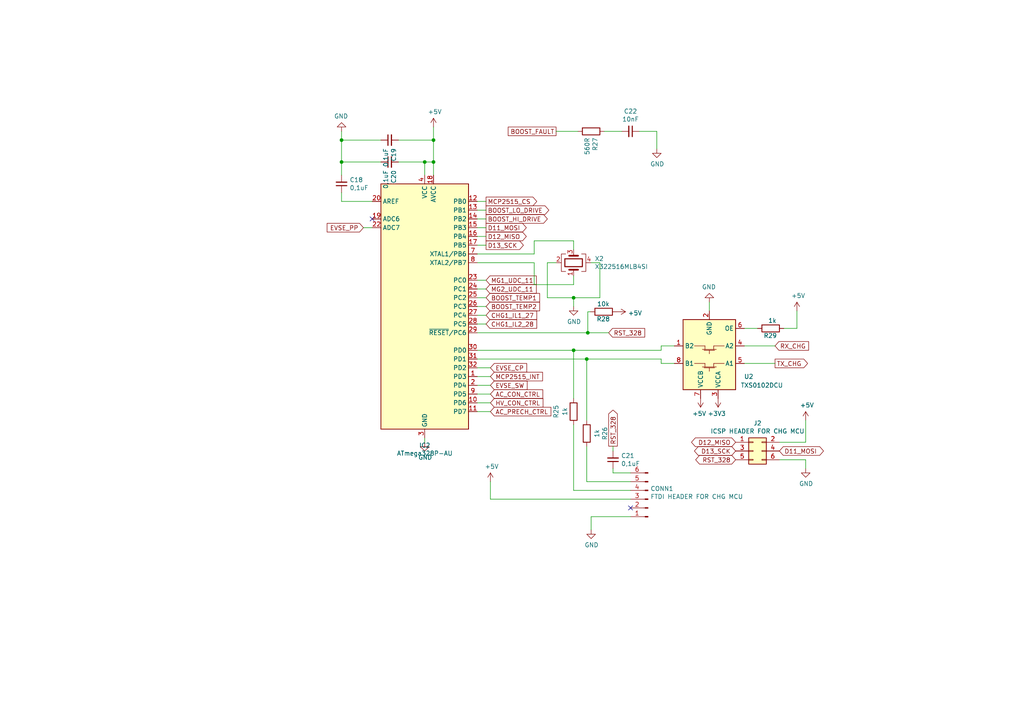
<source format=kicad_sch>
(kicad_sch (version 20211123) (generator eeschema)
  (paper "A4")
  (lib_symbols
    (symbol "Logic_LevelTranslator:TXS0102DCU"
      (property "Reference" "U" (at -6.35 11.43 0))
      (property "Value" "TXS0102DCU" (at 3.81 11.43 0))
      (symbol "TXS0102DCU_0_1"
        (rectangle (start -7.62 10.16) (end 7.62 -10.16) (stroke (width 0.254)) (fill (type background)))
        (polyline (pts (xy -4.318 -2.54) (xy -1.27 -2.54)))
        (polyline (pts (xy -2.032 -1.524) (xy 2.032 -1.524)))
        (polyline (pts (xy -1.524 -1.27) (xy 1.524 -1.27)))
        (polyline (pts (xy -1.27 -2.54) (xy -1.27 -1.524)))
        (polyline (pts (xy 0 -1.27) (xy 0 -0.254)))
        (polyline (pts (xy 1.27 -2.54) (xy 1.27 -1.524)))
        (polyline (pts (xy 4.318 -2.54) (xy 1.27 -2.54)))
      )
      (symbol "TXS0102DCU_1_1"
        (polyline (pts (xy -4.318 2.54) (xy -1.27 2.54)))
        (polyline (pts (xy -2.032 3.556) (xy 2.032 3.556)))
        (polyline (pts (xy -1.524 3.81) (xy 1.524 3.81)))
        (polyline (pts (xy -1.27 2.54) (xy -1.27 3.556)))
        (polyline (pts (xy 0 3.81) (xy 0 4.826)))
        (polyline (pts (xy 1.27 2.54) (xy 1.27 3.556)))
        (polyline (pts (xy 4.318 2.54) (xy 1.27 2.54)))
        (pin bidirectional line (at 10.16 -2.54 180) (length 2.54) (name "B2") (number "1"))
        (pin power_in line (at 0 -12.7 90) (length 2.54) (name "GND") (number "2"))
        (pin power_in line (at -2.54 12.7 270) (length 2.54) (name "VCCA") (number "3"))
        (pin bidirectional line (at -10.16 -2.54 0) (length 2.54) (name "A2") (number "4"))
        (pin bidirectional line (at -10.16 2.54 0) (length 2.54) (name "A1") (number "5"))
        (pin input line (at -10.16 -7.62 0) (length 2.54) (name "OE") (number "6"))
        (pin power_in line (at 2.54 12.7 270) (length 2.54) (name "VCCB") (number "7"))
        (pin bidirectional line (at 10.16 2.54 180) (length 2.54) (name "B1") (number "8"))
      )
    )
    (symbol "auris-rescue:ATmega328P-AU-MCU_Microchip_ATmega"
      (property "Reference" "U" (at -12.7 36.83 0))
      (property "Value" "ATmega328P-AU-MCU_Microchip_ATmega" (at 2.54 -36.83 0))
      (symbol "ATmega328P-AU-MCU_Microchip_ATmega_0_1"
        (rectangle (start -12.7 -35.56) (end 12.7 35.56) (stroke (width 0.254)) (fill (type background)))
      )
      (symbol "ATmega328P-AU-MCU_Microchip_ATmega_1_1"
        (pin tri_state line (at 15.24 -20.32 180) (length 2.54) (name "PD3") (number "1"))
        (pin tri_state line (at 15.24 -27.94 180) (length 2.54) (name "PD6") (number "10"))
        (pin tri_state line (at 15.24 -30.48 180) (length 2.54) (name "PD7") (number "11"))
        (pin tri_state line (at 15.24 30.48 180) (length 2.54) (name "PB0") (number "12"))
        (pin tri_state line (at 15.24 27.94 180) (length 2.54) (name "PB1") (number "13"))
        (pin tri_state line (at 15.24 25.4 180) (length 2.54) (name "PB2") (number "14"))
        (pin tri_state line (at 15.24 22.86 180) (length 2.54) (name "PB3") (number "15"))
        (pin tri_state line (at 15.24 20.32 180) (length 2.54) (name "PB4") (number "16"))
        (pin tri_state line (at 15.24 17.78 180) (length 2.54) (name "PB5") (number "17"))
        (pin power_in line (at 2.54 38.1 270) (length 2.54) (name "AVCC") (number "18"))
        (pin input line (at -15.24 25.4 0) (length 2.54) (name "ADC6") (number "19"))
        (pin tri_state line (at 15.24 -22.86 180) (length 2.54) (name "PD4") (number "2"))
        (pin passive line (at -15.24 30.48 0) (length 2.54) (name "AREF") (number "20"))
        (pin passive line (at 0 -38.1 90) (length 2.54) hide (name "GND") (number "21"))
        (pin input line (at -15.24 22.86 0) (length 2.54) (name "ADC7") (number "22"))
        (pin tri_state line (at 15.24 7.62 180) (length 2.54) (name "PC0") (number "23"))
        (pin tri_state line (at 15.24 5.08 180) (length 2.54) (name "PC1") (number "24"))
        (pin tri_state line (at 15.24 2.54 180) (length 2.54) (name "PC2") (number "25"))
        (pin tri_state line (at 15.24 0 180) (length 2.54) (name "PC3") (number "26"))
        (pin tri_state line (at 15.24 -2.54 180) (length 2.54) (name "PC4") (number "27"))
        (pin tri_state line (at 15.24 -5.08 180) (length 2.54) (name "PC5") (number "28"))
        (pin tri_state line (at 15.24 -7.62 180) (length 2.54) (name "~{RESET}/PC6") (number "29"))
        (pin power_in line (at 0 -38.1 90) (length 2.54) (name "GND") (number "3"))
        (pin tri_state line (at 15.24 -12.7 180) (length 2.54) (name "PD0") (number "30"))
        (pin tri_state line (at 15.24 -15.24 180) (length 2.54) (name "PD1") (number "31"))
        (pin tri_state line (at 15.24 -17.78 180) (length 2.54) (name "PD2") (number "32"))
        (pin power_in line (at 0 38.1 270) (length 2.54) (name "VCC") (number "4"))
        (pin passive line (at 0 -38.1 90) (length 2.54) hide (name "GND") (number "5"))
        (pin passive line (at 0 38.1 270) (length 2.54) hide (name "VCC") (number "6"))
        (pin tri_state line (at 15.24 15.24 180) (length 2.54) (name "XTAL1/PB6") (number "7"))
        (pin tri_state line (at 15.24 12.7 180) (length 2.54) (name "XTAL2/PB7") (number "8"))
        (pin tri_state line (at 15.24 -25.4 180) (length 2.54) (name "PD5") (number "9"))
      )
    )
    (symbol "auris-rescue:C_Small-Device" (pin_numbers hide) (pin_names (offset 0.254) hide)
      (property "Reference" "C" (at 0.254 1.778 0))
      (property "Value" "C_Small-Device" (at 0.254 -2.032 0))
      (symbol "C_Small-Device_0_1"
        (polyline (pts (xy -1.524 -0.508) (xy 1.524 -0.508)) (stroke (width 0.3302)))
        (polyline (pts (xy -1.524 0.508) (xy 1.524 0.508)) (stroke (width 0.3048)))
      )
      (symbol "C_Small-Device_1_1"
        (pin passive line (at 0 2.54 270) (length 2.032) (name "~") (number "1"))
        (pin passive line (at 0 -2.54 90) (length 2.032) (name "~") (number "2"))
      )
    )
    (symbol "auris-rescue:Conn_01x06_Male-Connector" (pin_names (offset 1.016) hide)
      (property "Reference" "J" (at 0 7.62 0))
      (property "Value" "Conn_01x06_Male-Connector" (at 0 -10.16 0))
      (symbol "Conn_01x06_Male-Connector_1_1"
        (polyline (pts (xy 1.27 -7.62) (xy 0.8636 -7.62)) (stroke (width 0.1524)))
        (polyline (pts (xy 1.27 -5.08) (xy 0.8636 -5.08)) (stroke (width 0.1524)))
        (polyline (pts (xy 1.27 -2.54) (xy 0.8636 -2.54)) (stroke (width 0.1524)))
        (polyline (pts (xy 1.27 0) (xy 0.8636 0)) (stroke (width 0.1524)))
        (polyline (pts (xy 1.27 2.54) (xy 0.8636 2.54)) (stroke (width 0.1524)))
        (polyline (pts (xy 1.27 5.08) (xy 0.8636 5.08)) (stroke (width 0.1524)))
        (rectangle (start 0.8636 -7.493) (end 0 -7.747) (stroke (width 0.1524)) (fill (type outline)))
        (rectangle (start 0.8636 -4.953) (end 0 -5.207) (stroke (width 0.1524)) (fill (type outline)))
        (rectangle (start 0.8636 -2.413) (end 0 -2.667) (stroke (width 0.1524)) (fill (type outline)))
        (rectangle (start 0.8636 0.127) (end 0 -0.127) (stroke (width 0.1524)) (fill (type outline)))
        (rectangle (start 0.8636 2.667) (end 0 2.413) (stroke (width 0.1524)) (fill (type outline)))
        (rectangle (start 0.8636 5.207) (end 0 4.953) (stroke (width 0.1524)) (fill (type outline)))
        (pin passive line (at 5.08 5.08 180) (length 3.81) (name "Pin_1") (number "1"))
        (pin passive line (at 5.08 2.54 180) (length 3.81) (name "Pin_2") (number "2"))
        (pin passive line (at 5.08 0 180) (length 3.81) (name "Pin_3") (number "3"))
        (pin passive line (at 5.08 -2.54 180) (length 3.81) (name "Pin_4") (number "4"))
        (pin passive line (at 5.08 -5.08 180) (length 3.81) (name "Pin_5") (number "5"))
        (pin passive line (at 5.08 -7.62 180) (length 3.81) (name "Pin_6") (number "6"))
      )
    )
    (symbol "auris-rescue:Conn_02x03_Odd_Even-Connector_Generic" (pin_names (offset 1.016) hide)
      (property "Reference" "J" (at 1.27 5.08 0))
      (property "Value" "Conn_02x03_Odd_Even-Connector_Generic" (at 1.27 -5.08 0))
      (symbol "Conn_02x03_Odd_Even-Connector_Generic_1_1"
        (rectangle (start -1.27 -2.413) (end 0 -2.667) (stroke (width 0.1524)))
        (rectangle (start -1.27 0.127) (end 0 -0.127) (stroke (width 0.1524)))
        (rectangle (start -1.27 2.667) (end 0 2.413) (stroke (width 0.1524)))
        (rectangle (start -1.27 3.81) (end 3.81 -3.81) (stroke (width 0.254)) (fill (type background)))
        (rectangle (start 3.81 -2.413) (end 2.54 -2.667) (stroke (width 0.1524)))
        (rectangle (start 3.81 0.127) (end 2.54 -0.127) (stroke (width 0.1524)))
        (rectangle (start 3.81 2.667) (end 2.54 2.413) (stroke (width 0.1524)))
        (pin passive line (at -5.08 2.54 0) (length 3.81) (name "Pin_1") (number "1"))
        (pin passive line (at 7.62 2.54 180) (length 3.81) (name "Pin_2") (number "2"))
        (pin passive line (at -5.08 0 0) (length 3.81) (name "Pin_3") (number "3"))
        (pin passive line (at 7.62 0 180) (length 3.81) (name "Pin_4") (number "4"))
        (pin passive line (at -5.08 -2.54 0) (length 3.81) (name "Pin_5") (number "5"))
        (pin passive line (at 7.62 -2.54 180) (length 3.81) (name "Pin_6") (number "6"))
      )
    )
    (symbol "auris-rescue:Crystal_GND24-Device" (pin_names (offset 1.016) hide)
      (property "Reference" "Y" (at 3.175 5.08 0))
      (property "Value" "Crystal_GND24-Device" (at 3.175 3.175 0))
      (symbol "Crystal_GND24-Device_0_1"
        (rectangle (start -1.143 2.54) (end 1.143 -2.54) (stroke (width 0.3048)))
        (polyline (pts (xy -2.54 0) (xy -2.032 0)))
        (polyline (pts (xy -2.032 -1.27) (xy -2.032 1.27)) (stroke (width 0.508)))
        (polyline (pts (xy 0 -3.81) (xy 0 -3.556)))
        (polyline (pts (xy 0 3.556) (xy 0 3.81)))
        (polyline (pts (xy 2.032 -1.27) (xy 2.032 1.27)) (stroke (width 0.508)))
        (polyline (pts (xy 2.032 0) (xy 2.54 0)))
        (polyline (pts (xy -2.54 -2.286) (xy -2.54 -3.556) (xy 2.54 -3.556) (xy 2.54 -2.286)))
        (polyline (pts (xy -2.54 2.286) (xy -2.54 3.556) (xy 2.54 3.556) (xy 2.54 2.286)))
      )
      (symbol "Crystal_GND24-Device_1_1"
        (pin passive line (at -3.81 0 0) (length 1.27) (name "1") (number "1"))
        (pin passive line (at 0 5.08 270) (length 1.27) (name "2") (number "2"))
        (pin passive line (at 3.81 0 180) (length 1.27) (name "3") (number "3"))
        (pin passive line (at 0 -5.08 90) (length 1.27) (name "4") (number "4"))
      )
    )
    (symbol "auris-rescue:GND-power" (power) (pin_names (offset 0))
      (property "Value" "GND-power" (at 0 -3.81 0))
      (symbol "GND-power_0_1"
        (polyline (pts (xy 0 0) (xy 0 -1.27) (xy 1.27 -1.27) (xy 0 -2.54) (xy -1.27 -1.27) (xy 0 -1.27)))
      )
      (symbol "GND-power_1_1"
        (pin power_in line (at 0 0 270) (length 0) hide (name "GND") (number "1"))
      )
    )
    (symbol "auris-rescue:R-Device" (pin_numbers hide) (pin_names (offset 0))
      (property "Reference" "R" (at 2.032 0 90))
      (property "Value" "R-Device" (at 0 0 90))
      (symbol "R-Device_0_1"
        (rectangle (start -1.016 -2.54) (end 1.016 2.54) (stroke (width 0.254)))
      )
      (symbol "R-Device_1_1"
        (pin passive line (at 0 3.81 270) (length 1.27) (name "~") (number "1"))
        (pin passive line (at 0 -3.81 90) (length 1.27) (name "~") (number "2"))
      )
    )
    (symbol "power:+3V3" (power) (pin_names (offset 0))
      (property "Value" "+3V3" (at 0 3.556 0))
      (symbol "+3V3_0_1"
        (polyline (pts (xy -0.762 1.27) (xy 0 2.54)))
        (polyline (pts (xy 0 0) (xy 0 2.54)))
        (polyline (pts (xy 0 2.54) (xy 0.762 1.27)))
      )
      (symbol "+3V3_1_1"
        (pin power_in line (at 0 0 90) (length 0) hide (name "+3V3") (number "1"))
      )
    )
    (symbol "power:+5V" (power) (pin_names (offset 0))
      (property "Value" "+5V" (at 0 3.556 0))
      (symbol "+5V_0_1"
        (polyline (pts (xy -0.762 1.27) (xy 0 2.54)))
        (polyline (pts (xy 0 0) (xy 0 2.54)))
        (polyline (pts (xy 0 2.54) (xy 0.762 1.27)))
      )
      (symbol "+5V_1_1"
        (pin power_in line (at 0 0 90) (length 0) hide (name "+5V") (number "1"))
      )
    )
    (symbol "power:GND" (power) (pin_names (offset 0))
      (property "Value" "GND" (at 0 -3.81 0))
      (symbol "GND_0_1"
        (polyline (pts (xy 0 0) (xy 0 -1.27) (xy 1.27 -1.27) (xy 0 -2.54) (xy -1.27 -1.27) (xy 0 -1.27)))
      )
      (symbol "GND_1_1"
        (pin power_in line (at 0 0 270) (length 0) hide (name "GND") (number "1"))
      )
    )
  )
  (junction (at 170.4848 96.52))
  (junction (at 123.19 46.99))
  (junction (at 166.37 86.36))
  (junction (at 99.06 46.99))
  (junction (at 166.37 101.6))
  (junction (at 125.73 46.99))
  (junction (at 99.06 40.64))
  (junction (at 125.73 40.64))
  (junction (at 170.18 104.14))
  (no_connect (at 182.88 147.32))
  (no_connect (at 107.95 63.5))
  (wire (pts (xy 173.99 76.2) (xy 171.45 76.2)))
  (wire (pts (xy 138.43 88.9) (xy 140.97 88.9)))
  (wire (pts (xy 170.18 121.92) (xy 170.18 104.14)))
  (wire (pts (xy 115.57 40.64) (xy 125.73 40.64)))
  (wire (pts (xy 182.88 144.78) (xy 142.24 144.78)))
  (wire (pts (xy 233.68 128.27) (xy 233.68 121.92)))
  (wire (pts (xy 170.4848 96.52) (xy 176.53 96.52)))
  (wire (pts (xy 123.19 127) (xy 123.19 128.27)))
  (wire (pts (xy 125.73 46.99) (xy 125.73 50.8)))
  (wire (pts (xy 125.73 36.83) (xy 125.73 40.64)))
  (wire (pts (xy 138.43 96.52) (xy 170.4848 96.52)))
  (wire (pts (xy 138.43 91.44) (xy 140.97 91.44)))
  (wire (pts (xy 138.43 83.82) (xy 140.97 83.82)))
  (wire (pts (xy 138.43 60.96) (xy 140.97 60.96)))
  (wire (pts (xy 170.18 139.7) (xy 182.88 139.7)))
  (wire (pts (xy 166.37 86.36) (xy 173.99 86.36)))
  (wire (pts (xy 215.9 100.33) (xy 224.79 100.33)))
  (wire (pts (xy 99.06 50.8) (xy 99.06 46.99)))
  (wire (pts (xy 125.73 40.64) (xy 125.73 46.99)))
  (wire (pts (xy 170.18 104.14) (xy 191.77 104.14)))
  (wire (pts (xy 99.06 55.88) (xy 99.06 58.42)))
  (wire (pts (xy 142.24 119.38) (xy 138.43 119.38)))
  (wire (pts (xy 138.43 71.12) (xy 140.97 71.12)))
  (wire (pts (xy 138.43 58.42) (xy 140.97 58.42)))
  (wire (pts (xy 182.88 137.16) (xy 177.8 137.16)))
  (wire (pts (xy 226.06 133.35) (xy 233.68 133.35)))
  (wire (pts (xy 142.24 116.84) (xy 138.43 116.84)))
  (wire (pts (xy 115.57 46.99) (xy 123.19 46.99)))
  (wire (pts (xy 123.19 46.99) (xy 125.73 46.99)))
  (wire (pts (xy 110.49 46.99) (xy 99.06 46.99)))
  (wire (pts (xy 142.24 114.3) (xy 138.43 114.3)))
  (wire (pts (xy 161.29 76.2) (xy 158.75 76.2)))
  (wire (pts (xy 138.43 68.58) (xy 140.97 68.58)))
  (wire (pts (xy 177.8 130.81) (xy 177.8 129.413)))
  (wire (pts (xy 226.06 128.27) (xy 233.68 128.27)))
  (wire (pts (xy 166.37 86.36) (xy 166.37 88.9)))
  (wire (pts (xy 227.33 95.25) (xy 231.14 95.25)))
  (wire (pts (xy 191.77 105.41) (xy 195.58 105.41)))
  (wire (pts (xy 142.24 111.76) (xy 138.43 111.76)))
  (wire (pts (xy 158.75 86.36) (xy 166.37 86.36)))
  (wire (pts (xy 175.26 38.1) (xy 180.34 38.1)))
  (wire (pts (xy 123.19 46.99) (xy 123.19 50.8)))
  (wire (pts (xy 154.94 73.66) (xy 154.94 69.85)))
  (wire (pts (xy 166.37 101.6) (xy 191.77 101.6)))
  (wire (pts (xy 161.29 38.1) (xy 167.64 38.1)))
  (wire (pts (xy 166.37 123.19) (xy 166.37 142.24)))
  (wire (pts (xy 99.06 58.42) (xy 107.95 58.42)))
  (wire (pts (xy 191.77 100.33) (xy 195.58 100.33)))
  (wire (pts (xy 158.75 76.2) (xy 158.75 86.36)))
  (wire (pts (xy 191.77 101.6) (xy 191.77 100.33)))
  (wire (pts (xy 177.8 137.16) (xy 177.8 135.89)))
  (wire (pts (xy 233.68 133.35) (xy 233.68 135.89)))
  (wire (pts (xy 154.94 76.2) (xy 154.94 82.55)))
  (wire (pts (xy 138.43 73.66) (xy 154.94 73.66)))
  (wire (pts (xy 110.49 40.64) (xy 99.06 40.64)))
  (wire (pts (xy 138.43 66.04) (xy 140.97 66.04)))
  (wire (pts (xy 215.9 95.25) (xy 219.71 95.25)))
  (wire (pts (xy 166.37 142.24) (xy 182.88 142.24)))
  (wire (pts (xy 138.43 76.2) (xy 154.94 76.2)))
  (wire (pts (xy 182.88 149.86) (xy 171.45 149.86)))
  (wire (pts (xy 107.95 66.04) (xy 105.41 66.04)))
  (wire (pts (xy 166.37 82.55) (xy 166.37 80.01)))
  (wire (pts (xy 99.06 46.99) (xy 99.06 40.64)))
  (wire (pts (xy 171.45 149.86) (xy 171.45 153.67)))
  (wire (pts (xy 205.74 90.17) (xy 205.74 87.63)))
  (wire (pts (xy 138.43 81.28) (xy 140.97 81.28)))
  (wire (pts (xy 138.43 104.14) (xy 170.18 104.14)))
  (wire (pts (xy 185.42 38.1) (xy 190.5 38.1)))
  (wire (pts (xy 190.5 38.1) (xy 190.5 43.18)))
  (wire (pts (xy 142.24 109.22) (xy 138.43 109.22)))
  (wire (pts (xy 166.37 115.57) (xy 166.37 101.6)))
  (wire (pts (xy 138.43 93.98) (xy 140.97 93.98)))
  (wire (pts (xy 154.94 69.85) (xy 166.37 69.85)))
  (wire (pts (xy 154.94 82.55) (xy 166.37 82.55)))
  (wire (pts (xy 138.43 101.6) (xy 166.37 101.6)))
  (wire (pts (xy 142.24 106.68) (xy 138.43 106.68)))
  (wire (pts (xy 191.77 104.14) (xy 191.77 105.41)))
  (wire (pts (xy 173.99 86.36) (xy 173.99 76.2)))
  (wire (pts (xy 170.4848 90.424) (xy 170.4848 96.52)))
  (wire (pts (xy 231.14 95.25) (xy 231.14 90.17)))
  (wire (pts (xy 138.43 86.36) (xy 140.97 86.36)))
  (wire (pts (xy 166.37 69.85) (xy 166.37 72.39)))
  (wire (pts (xy 99.06 40.64) (xy 99.06 38.1)))
  (wire (pts (xy 138.43 63.5) (xy 140.97 63.5)))
  (wire (pts (xy 171.2722 90.424) (xy 170.4848 90.424)))
  (wire (pts (xy 142.24 144.78) (xy 142.24 139.7)))
  (wire (pts (xy 215.9 105.41) (xy 224.79 105.41)))
  (wire (pts (xy 170.18 129.54) (xy 170.18 139.7)))
  (global_label "RST_328" (shape bidirectional) (at 213.36 133.35 180) (property "Обозначения листов" "${INTERSHEET_REFS}" (effects hide)))
  (global_label "BOOST_TEMP2" (shape input) (at 140.97 88.9 0) (property "Обозначения листов" "${INTERSHEET_REFS}" (effects hide)))
  (global_label "CHG1_IL1_27" (shape input) (at 140.97 91.44 0) (property "Обозначения листов" "${INTERSHEET_REFS}" (effects hide)))
  (global_label "D11_MOSI" (shape bidirectional) (at 226.06 130.81 0) (property "Обозначения листов" "${INTERSHEET_REFS}" (effects hide)))
  (global_label "BOOST_LO_DRIVE" (shape output) (at 140.97 60.96 0) (property "Обозначения листов" "${INTERSHEET_REFS}" (effects hide)))
  (global_label "HV_CON_CTRL" (shape input) (at 142.24 116.84 0) (property "Обозначения листов" "${INTERSHEET_REFS}" (effects hide)))
  (global_label "RST_328" (shape input) (at 176.53 96.52 0) (property "Обозначения листов" "${INTERSHEET_REFS}" (effects hide)))
  (global_label "D12_MISO" (shape bidirectional) (at 213.36 128.27 180) (property "Обозначения листов" "${INTERSHEET_REFS}" (effects hide)))
  (global_label "EVSE_SW" (shape input) (at 142.24 111.76 0) (property "Обозначения листов" "${INTERSHEET_REFS}" (effects hide)))
  (global_label "BOOST_FAULT" (shape passive) (at 161.29 38.1 180) (property "Обозначения листов" "${INTERSHEET_REFS}" (effects hide)))
  (global_label "MCP2515_CS" (shape output) (at 140.97 58.42 0) (property "Обозначения листов" "${INTERSHEET_REFS}" (effects hide)))
  (global_label "TX_CHG" (shape output) (at 224.79 105.41 0) (property "Обозначения листов" "${INTERSHEET_REFS}" (effects hide)))
  (global_label "BOOST_TEMP1" (shape input) (at 140.97 86.36 0) (property "Обозначения листов" "${INTERSHEET_REFS}" (effects hide)))
  (global_label "D13_SCK" (shape bidirectional) (at 213.36 130.81 180) (property "Обозначения листов" "${INTERSHEET_REFS}" (effects hide)))
  (global_label "BOOST_HI_DRIVE" (shape output) (at 140.97 63.5 0) (property "Обозначения листов" "${INTERSHEET_REFS}" (effects hide)))
  (global_label "RST_328" (shape output) (at 177.8 129.413 90) (property "Обозначения листов" "${INTERSHEET_REFS}" (effects hide)))
  (global_label "MG1_UDC_11" (shape input) (at 140.97 81.28 0) (property "Обозначения листов" "${INTERSHEET_REFS}" (effects hide)))
  (global_label "CHG1_IL2_28" (shape input) (at 140.97 93.98 0) (property "Обозначения листов" "${INTERSHEET_REFS}" (effects hide)))
  (global_label "MCP2515_INT" (shape input) (at 142.24 109.22 0) (property "Обозначения листов" "${INTERSHEET_REFS}" (effects hide)))
  (global_label "D11_MOSI" (shape output) (at 140.97 66.04 0) (property "Обозначения листов" "${INTERSHEET_REFS}" (effects hide)))
  (global_label "AC_PRECH_CTRL" (shape input) (at 142.24 119.38 0) (property "Обозначения листов" "${INTERSHEET_REFS}" (effects hide)))
  (global_label "EVSE_PP" (shape input) (at 105.41 66.04 180) (property "Обозначения листов" "${INTERSHEET_REFS}" (effects hide)))
  (global_label "D13_SCK" (shape output) (at 140.97 71.12 0) (property "Обозначения листов" "${INTERSHEET_REFS}" (effects hide)))
  (global_label "MG2_UDC_11" (shape input) (at 140.97 83.82 0) (property "Обозначения листов" "${INTERSHEET_REFS}" (effects hide)))
  (global_label "AC_CON_CTRL" (shape input) (at 142.24 114.3 0) (property "Обозначения листов" "${INTERSHEET_REFS}" (effects hide)))
  (global_label "D12_MISO" (shape output) (at 140.97 68.58 0) (property "Обозначения листов" "${INTERSHEET_REFS}" (effects hide)))
  (global_label "EVSE_CP" (shape input) (at 142.24 106.68 0) (property "Обозначения листов" "${INTERSHEET_REFS}" (effects hide)))
  (global_label "RX_CHG" (shape input) (at 224.79 100.33 0) (property "Обозначения листов" "${INTERSHEET_REFS}" (effects hide)))
  (symbol (lib_id "auris-rescue:Conn_01x06_Male-Connector") (at 187.96 144.78 180) (unit 1)
    (property "Reference" "CONN1" (at 188.6458 141.732 0) (effects (justify right)))
    (property "Value" "FTDI HEADER FOR CHG MCU" (at 188.6458 144.0434 0) (effects (justify right)))
    (property "Footprint" "Connector_PinHeader_2.54mm:PinHeader_1x06_P2.54mm_Vertical_SMD_Pin1Left" (effects hide))
  )
  (symbol (lib_id "auris-rescue:GND-power") (at 171.45 153.67 0) (unit 1)
    (property "Reference" "#PWR0117" (effects hide))
    (property "Value" "GND" (at 171.577 158.0642 0))
  )
  (symbol (lib_id "auris-rescue:C_Small-Device") (at 113.03 46.99 90) (unit 1)
    (property "Reference" "C20" (at 114.1984 49.3268 0) (effects (justify right)))
    (property "Value" "0,1uF" (at 111.887 49.3268 0) (effects (justify right)))
    (property "Footprint" "Capacitor_SMD:C_0805_2012Metric" (effects hide))
  )
  (symbol (lib_id "auris-rescue:C_Small-Device") (at 113.03 40.64 90) (unit 1)
    (property "Reference" "C19" (at 114.1984 42.9768 0) (effects (justify right)))
    (property "Value" "0,1uF" (at 111.887 42.9768 0) (effects (justify right)))
    (property "Footprint" "Capacitor_SMD:C_0805_2012Metric" (effects hide))
  )
  (symbol (lib_id "auris-rescue:C_Small-Device") (at 177.8 133.35 180) (unit 1)
    (property "Reference" "C21" (at 180.1368 132.1816 0) (effects (justify right)))
    (property "Value" "0,1uF" (at 180.1368 134.493 0) (effects (justify right)))
    (property "Footprint" "Capacitor_SMD:C_0805_2012Metric" (effects hide))
  )
  (symbol (lib_id "auris-rescue:Conn_02x03_Odd_Even-Connector_Generic") (at 218.44 130.81 0) (unit 1)
    (property "Reference" "J2" (at 219.71 122.7582 0))
    (property "Value" "ICSP HEADER FOR CHG MCU" (at 219.71 125.0696 0))
    (property "Footprint" "Connector_PinHeader_2.54mm:PinHeader_2x03_P2.54mm_Vertical_SMD" (effects hide))
  )
  (symbol (lib_id "auris-rescue:GND-power") (at 233.68 135.89 0) (unit 1)
    (property "Reference" "#PWR0118" (effects hide))
    (property "Value" "GND" (at 233.807 140.2842 0))
  )
  (symbol (lib_id "auris-rescue:GND-power") (at 123.19 128.27 0) (unit 1)
    (property "Reference" "#PWR0119" (effects hide))
    (property "Value" "GND" (at 123.317 132.6642 0))
  )
  (symbol (lib_id "auris-rescue:ATmega328P-AU-MCU_Microchip_ATmega") (at 123.19 88.9 0) (unit 1)
    (property "Reference" "IC2" (at 123.19 129.1844 0))
    (property "Value" "ATmega328P-AU" (at 123.19 131.4958 0))
    (property "Footprint" "Package_QFP:TQFP-32_7x7mm_P0.8mm" (effects hide))
    (property "Datasheet" "http://ww1.microchip.com/downloads/en/DeviceDoc/ATmega328_P%20AVR%20MCU%20with%20picoPower%20Technology%20Data%20Sheet%2040001984A.pdf" (effects hide))
  )
  (symbol (lib_id "auris-rescue:Crystal_GND24-Device") (at 166.37 76.2 90) (unit 1)
    (property "Reference" "X2" (at 172.4914 75.0316 90) (effects (justify right)))
    (property "Value" "X322516MLB4SI" (at 172.4914 77.343 90) (effects (justify right)))
    (property "Footprint" "Crystal:Crystal_SMD_3225-4Pin_3.2x2.5mm" (effects hide))
  )
  (symbol (lib_id "auris-rescue:GND-power") (at 166.37 88.9 0) (unit 1)
    (property "Reference" "#PWR0116" (effects hide))
    (property "Value" "GND" (at 166.497 93.2942 0))
  )
  (symbol (lib_id "auris-rescue:R-Device") (at 170.18 125.73 180) (unit 1)
    (property "Reference" "R26" (at 175.4378 125.73 90))
    (property "Value" "1k" (at 173.1264 125.73 90))
    (property "Footprint" "Resistor_SMD:R_0805_2012Metric" (effects hide))
  )
  (symbol (lib_id "auris-rescue:R-Device") (at 166.37 119.38 180) (unit 1)
    (property "Reference" "R25" (at 161.29 119.38 90))
    (property "Value" "1k" (at 163.83 119.38 90))
    (property "Footprint" "Resistor_SMD:R_0805_2012Metric" (effects hide))
  )
  (symbol (lib_id "auris-rescue:R-Device") (at 171.45 38.1 270) (unit 1)
    (property "Reference" "R27" (at 172.6184 39.878 0) (effects (justify left)))
    (property "Value" "560R" (at 170.307 39.878 0) (effects (justify left)))
    (property "Footprint" "Resistor_SMD:R_0805_2012Metric" (effects hide))
  )
  (symbol (lib_id "auris-rescue:C_Small-Device") (at 99.06 53.34 180) (unit 1)
    (property "Reference" "C18" (at 101.3968 52.1716 0) (effects (justify right)))
    (property "Value" "0,1uF" (at 101.3968 54.483 0) (effects (justify right)))
    (property "Footprint" "Capacitor_SMD:C_0805_2012Metric" (effects hide))
  )
  (symbol (lib_id "auris-rescue:R-Device") (at 175.0822 90.424 90) (unit 1)
    (property "Reference" "R28" (at 176.9364 92.5322 90) (effects (justify left)))
    (property "Value" "10k" (at 176.8094 88.1634 90) (effects (justify left)))
    (property "Footprint" "Resistor_SMD:R_0805_2012Metric" (effects hide))
  )
  (symbol (lib_id "auris-rescue:GND-power") (at 99.06 38.1 180) (unit 1)
    (property "Reference" "#PWR0121" (effects hide))
    (property "Value" "GND" (at 98.933 33.7058 0))
  )
  (symbol (lib_id "auris-rescue:C_Small-Device") (at 182.88 38.1 270) (unit 1)
    (property "Reference" "C22" (at 182.88 32.2834 90))
    (property "Value" "10nF" (at 182.88 34.5948 90))
    (property "Footprint" "Capacitor_SMD:C_0805_2012Metric" (effects hide))
  )
  (symbol (lib_id "auris-rescue:GND-power") (at 190.5 43.18 0) (unit 1)
    (property "Reference" "#PWR0122" (effects hide))
    (property "Value" "GND" (at 190.627 47.5742 0))
  )
  (symbol (lib_id "power:+5V") (at 125.73 36.83 0) (unit 1)
    (property "Reference" "#PWR0123" (effects hide))
    (property "Value" "+5V" (at 126.111 32.4358 0))
  )
  (symbol (lib_id "power:+5V") (at 142.24 139.7 0) (unit 1)
    (property "Reference" "#PWR0124" (effects hide))
    (property "Value" "+5V" (at 142.621 135.3058 0))
  )
  (symbol (lib_id "power:+5V") (at 233.68 121.92 0) (unit 1)
    (property "Reference" "#PWR0125" (effects hide))
    (property "Value" "+5V" (at 234.061 117.5258 0))
  )
  (symbol (lib_id "power:+5V") (at 178.8922 90.424 270) (unit 1)
    (property "Reference" "#PWR0126" (effects hide))
    (property "Value" "+5V" (at 182.1434 90.805 90) (effects (justify left)))
  )
  (symbol (lib_id "Logic_LevelTranslator:TXS0102DCU") (at 205.74 102.87 180) (unit 1)
    (property "Reference" "U2" (at 217.17 109.22 0))
    (property "Value" "TXS0102DCU" (at 220.98 111.76 0))
    (property "Footprint" "Package_SO:VSSOP-8_2.3x2mm_P0.5mm" (effects hide))
    (property "Datasheet" "http://www.ti.com/lit/gpn/txs0102" (effects hide))
  )
  (symbol (lib_id "power:+5V") (at 203.2 115.57 180) (unit 1)
    (property "Reference" "#PWR0127" (effects hide))
    (property "Value" "+5V" (at 202.819 119.9642 0))
  )
  (symbol (lib_id "power:+3V3") (at 208.28 115.57 180) (unit 1)
    (property "Reference" "#PWR0128" (effects hide))
    (property "Value" "+3V3" (at 207.899 119.9642 0))
  )
  (symbol (lib_id "power:GND") (at 205.74 87.63 180) (unit 1)
    (property "Reference" "#PWR0129" (effects hide))
    (property "Value" "GND" (at 205.613 83.2358 0))
  )
  (symbol (lib_id "auris-rescue:R-Device") (at 223.52 95.25 90) (unit 1)
    (property "Reference" "R29" (at 225.3742 97.3582 90) (effects (justify left)))
    (property "Value" "1k" (at 225.2472 92.9894 90) (effects (justify left)))
    (property "Footprint" "Resistor_SMD:R_0805_2012Metric" (effects hide))
  )
  (symbol (lib_id "power:+5V") (at 231.14 90.17 0) (unit 1)
    (property "Reference" "#PWR0130" (effects hide))
    (property "Value" "+5V" (at 231.521 85.7758 0))
  )
)
</source>
